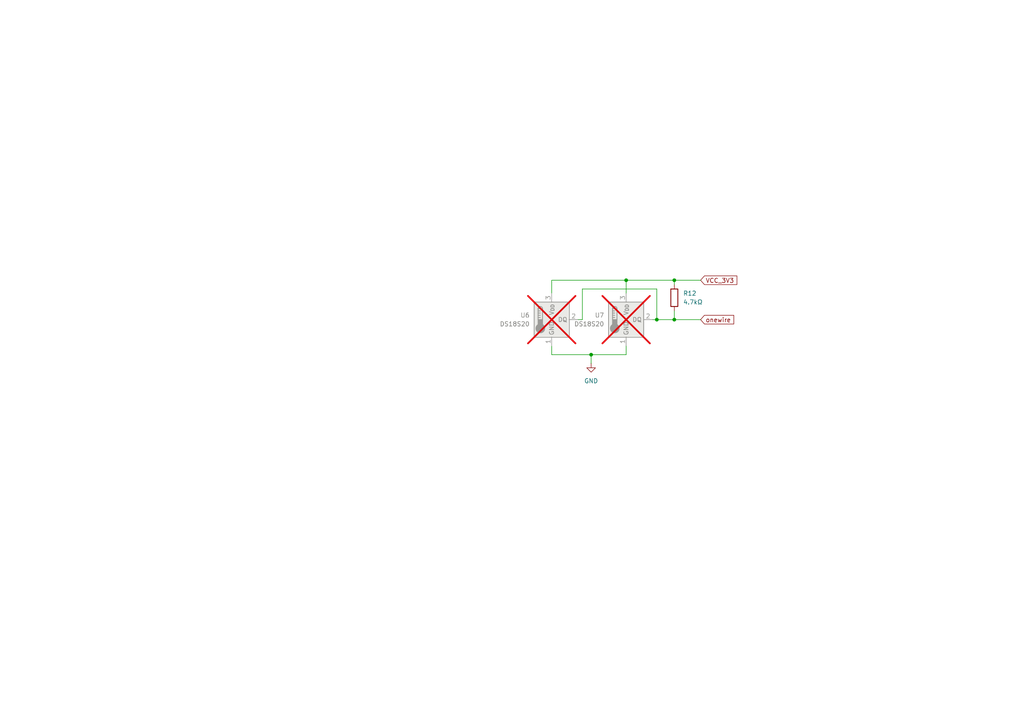
<source format=kicad_sch>
(kicad_sch (version 20231120) (generator "eeschema") (generator_version "8.0")
  (paper "A4")
  (lib_symbols
    (symbol "Device:R" (pin_numbers hide) (pin_names (offset 0))
      (property "Reference" "R" (at 2.032 0 90))
      (property "Value" "R" (at 0 0 90))
      (symbol "R_0_1"
        (rectangle (start -1.016 -2.54) (end 1.016 2.54) (stroke (width 0.254)))
      )
      (symbol "R_1_1"
        (pin passive line (at 0 3.81 270) (length 1.27) (name "~") (number "1"))
        (pin passive line (at 0 -3.81 90) (length 1.27) (name "~") (number "2"))
      )
    )
    (symbol "Sensor_Temperature:DS18S20"
      (property "Reference" "U" (at -3.81 6.35 0))
      (property "Value" "DS18S20" (at 6.35 6.35 0))
      (symbol "DS18S20_0_1"
        (rectangle (start -5.08 5.08) (end 5.08 -5.08) (stroke (width 0.254)) (fill (type background)))
        (circle (center -3.302 -2.54) (radius 1.27) (stroke (width 0.254)) (fill (type outline)))
        (rectangle (start -2.667 -1.905) (end -3.937 0) (stroke (width 0.254)) (fill (type outline)))
        (arc (start -2.667 3.175) (mid -3.302 3.8073) (end -3.937 3.175) (stroke (width 0.254)))
        (polyline (pts (xy -3.937 0.635) (xy -3.302 0.635)) (stroke (width 0.254)))
        (polyline (pts (xy -3.937 1.27) (xy -3.302 1.27)) (stroke (width 0.254)))
        (polyline (pts (xy -3.937 1.905) (xy -3.302 1.905)) (stroke (width 0.254)))
        (polyline (pts (xy -3.937 2.54) (xy -3.302 2.54)) (stroke (width 0.254)))
        (polyline (pts (xy -3.937 3.175) (xy -3.937 0)) (stroke (width 0.254)))
        (polyline (pts (xy -3.937 3.175) (xy -3.302 3.175)) (stroke (width 0.254)))
        (polyline (pts (xy -2.667 3.175) (xy -2.667 0)) (stroke (width 0.254)))
      )
      (symbol "DS18S20_1_1"
        (pin power_in line (at 0 -7.62 90) (length 2.54) (name "GND") (number "1"))
        (pin bidirectional line (at 7.62 0 180) (length 2.54) (name "DQ") (number "2"))
        (pin power_in line (at 0 7.62 270) (length 2.54) (name "V_{DD}") (number "3"))
      )
    )
    (symbol "power:GND" (power) (pin_numbers hide) (pin_names (offset 0) hide)
      (property "Value" "GND" (at 0 -3.81 0))
      (symbol "GND_0_1"
        (polyline (pts (xy 0 0) (xy 0 -1.27) (xy 1.27 -1.27) (xy 0 -2.54) (xy -1.27 -1.27) (xy 0 -1.27)))
      )
      (symbol "GND_1_1"
        (pin power_in line (at 0 0 270) (length 0) (name "~") (number "1"))
      )
    )
  )
  (junction (at 190.5 92.71))
  (junction (at 195.58 92.71))
  (junction (at 181.61 81.28))
  (junction (at 171.45 102.87))
  (junction (at 195.58 81.28))
  (wire (pts (xy 181.61 81.28) (xy 181.61 85.09)))
  (wire (pts (xy 190.5 83.82) (xy 190.5 92.71)))
  (wire (pts (xy 181.61 81.28) (xy 195.58 81.28)))
  (wire (pts (xy 168.91 83.82) (xy 168.91 92.71)))
  (wire (pts (xy 189.23 92.71) (xy 190.5 92.71)))
  (wire (pts (xy 195.58 90.17) (xy 195.58 92.71)))
  (wire (pts (xy 160.02 81.28) (xy 181.61 81.28)))
  (wire (pts (xy 171.45 102.87) (xy 160.02 102.87)))
  (wire (pts (xy 181.61 102.87) (xy 171.45 102.87)))
  (wire (pts (xy 168.91 83.82) (xy 190.5 83.82)))
  (wire (pts (xy 160.02 81.28) (xy 160.02 85.09)))
  (wire (pts (xy 167.64 92.71) (xy 168.91 92.71)))
  (wire (pts (xy 195.58 81.28) (xy 203.2 81.28)))
  (wire (pts (xy 190.5 92.71) (xy 195.58 92.71)))
  (wire (pts (xy 171.45 102.87) (xy 171.45 105.41)))
  (wire (pts (xy 181.61 100.33) (xy 181.61 102.87)))
  (wire (pts (xy 160.02 100.33) (xy 160.02 102.87)))
  (wire (pts (xy 195.58 92.71) (xy 203.2 92.71)))
  (wire (pts (xy 195.58 81.28) (xy 195.58 82.55)))
  (global_label "VCC_3V3" (shape input) (at 203.2 81.28 0) (property "Intersheetrefs" "${INTERSHEET_REFS}" (effects (hide yes))))
  (global_label "onewire" (shape input) (at 203.2 92.71 0) (property "Intersheetrefs" "${INTERSHEET_REFS}" (effects (hide yes))))
  (symbol (lib_id "Device:R") (at 195.58 86.36 180) (unit 1)
    (property "Reference" "R12" (at 198.12 85.0899 0) (effects (justify right)))
    (property "Value" "4.7kΩ" (at 198.12 87.6299 0) (effects (justify right)))
    (property "Footprint" "Resistor_SMD:R_0603_1608Metric" (effects (hide yes)))
    (property "Description" "100mW Thick Film Resistors 75V ±100ppm/℃ ±1% 4.7kΩ 0603 Chip Resistor - Surface Mount ROHS" (effects (hide yes)))
    (property "LCSC Part # " "C23162" (effects (hide yes)))
  )
  (symbol (lib_id "Sensor_Temperature:DS18S20") (at 160.02 92.71 0) (unit 1) (in_bom no) (dnp yes)
    (property "Reference" "U6" (at 153.67 91.4399 0) (effects (justify right)))
    (property "Value" "DS18S20" (at 153.67 93.9799 0) (effects (justify right)))
    (property "Footprint" "Package_TO_SOT_THT:TO-92L_HandSolder" (effects (hide yes)))
    (property "Datasheet" "http://datasheets.maximintegrated.com/en/ds/DS18S20.pdf" (effects (hide yes)))
    (property "Description" "High-Precision 1-Wire Digital Thermometer TO-92" (effects (hide yes)))
  )
  (symbol (lib_id "power:GND") (at 171.45 105.41 0) (unit 1)
    (property "Reference" "#PWR028" (effects (hide yes)))
    (property "Value" "GND" (at 171.45 110.49 0))
    (property "Description" "Power symbol creates a global label with name \"GND\" , ground" (effects (hide yes)))
  )
  (symbol (lib_id "Sensor_Temperature:DS18S20") (at 181.61 92.71 0) (unit 1) (in_bom no) (dnp yes)
    (property "Reference" "U7" (at 175.26 91.4399 0) (effects (justify right)))
    (property "Value" "DS18S20" (at 175.26 93.9799 0) (effects (justify right)))
    (property "Footprint" "Package_TO_SOT_THT:TO-92L_HandSolder" (effects (hide yes)))
    (property "Datasheet" "http://datasheets.maximintegrated.com/en/ds/DS18S20.pdf" (effects (hide yes)))
    (property "Description" "High-Precision 1-Wire Digital Thermometer TO-92" (effects (hide yes)))
  )
)
</source>
